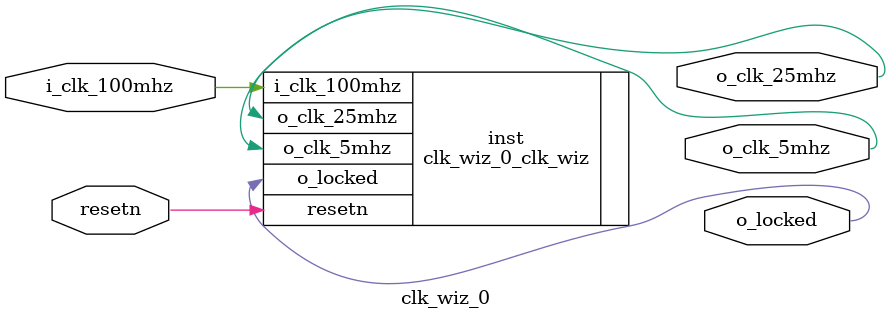
<source format=v>


`timescale 1ps/1ps

(* CORE_GENERATION_INFO = "clk_wiz_0,clk_wiz_v6_0_5_0_0,{component_name=clk_wiz_0,use_phase_alignment=true,use_min_o_jitter=false,use_max_i_jitter=false,use_dyn_phase_shift=false,use_inclk_switchover=false,use_dyn_reconfig=false,enable_axi=0,feedback_source=FDBK_AUTO,PRIMITIVE=MMCM,num_out_clk=2,clkin1_period=10.000,clkin2_period=10.000,use_power_down=false,use_reset=true,use_locked=true,use_inclk_stopped=false,feedback_type=SINGLE,CLOCK_MGR_TYPE=NA,manual_override=false}" *)

module clk_wiz_0 
 (
  // Clock out ports
  output        o_clk_5mhz,
  output        o_clk_25mhz,
  // Status and control signals
  input         resetn,
  output        o_locked,
 // Clock in ports
  input         i_clk_100mhz
 );

  clk_wiz_0_clk_wiz inst
  (
  // Clock out ports  
  .o_clk_5mhz(o_clk_5mhz),
  .o_clk_25mhz(o_clk_25mhz),
  // Status and control signals               
  .resetn(resetn), 
  .o_locked(o_locked),
 // Clock in ports
  .i_clk_100mhz(i_clk_100mhz)
  );

endmodule

</source>
